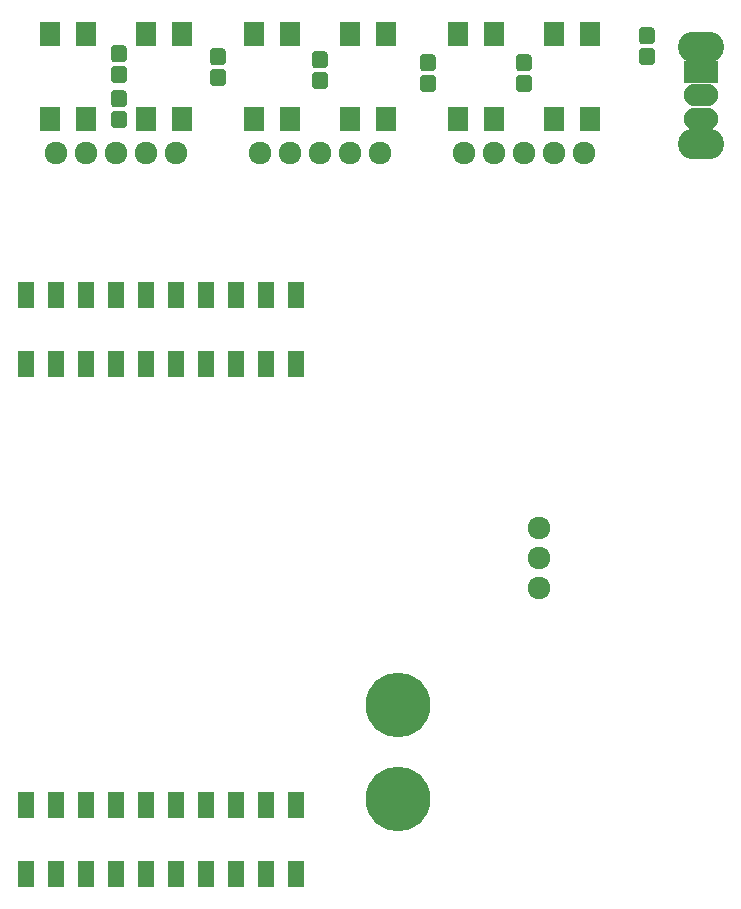
<source format=gbr>
G04 #@! TF.GenerationSoftware,KiCad,Pcbnew,(5.0.0)*
G04 #@! TF.CreationDate,2018-12-16T15:07:15-06:00*
G04 #@! TF.ProjectId,DriveBoard_Hardware,4472697665426F6172645F4861726477,rev?*
G04 #@! TF.SameCoordinates,Original*
G04 #@! TF.FileFunction,Soldermask,Bot*
G04 #@! TF.FilePolarity,Negative*
%FSLAX46Y46*%
G04 Gerber Fmt 4.6, Leading zero omitted, Abs format (unit mm)*
G04 Created by KiCad (PCBNEW (5.0.0)) date 12/16/18 15:07:15*
%MOMM*%
%LPD*%
G01*
G04 APERTURE LIST*
%ADD10C,1.924000*%
%ADD11C,5.480000*%
%ADD12R,1.390600X2.178000*%
%ADD13R,1.800000X2.000000*%
%ADD14R,2.900000X1.900000*%
%ADD15O,2.900000X1.900000*%
%ADD16O,3.900000X2.600000*%
%ADD17C,0.100000*%
%ADD18C,1.350000*%
G04 APERTURE END LIST*
D10*
G04 #@! TO.C,Conn2*
X126238000Y-49022000D03*
X128778000Y-49022000D03*
X131318000Y-49022000D03*
X133858000Y-49022000D03*
X136398000Y-49022000D03*
G04 #@! TD*
G04 #@! TO.C,U3*
X167132000Y-85852000D03*
X167132000Y-83312000D03*
X167132000Y-80772000D03*
G04 #@! TD*
G04 #@! TO.C,Conn3*
X143510000Y-49022000D03*
X146050000Y-49022000D03*
X148590000Y-49022000D03*
X151130000Y-49022000D03*
X153670000Y-49022000D03*
G04 #@! TD*
G04 #@! TO.C,Conn4*
X160782000Y-49022000D03*
X163322000Y-49022000D03*
X165862000Y-49022000D03*
X168402000Y-49022000D03*
X170942000Y-49022000D03*
G04 #@! TD*
D11*
G04 #@! TO.C,Conn1*
X155168600Y-95757000D03*
X155168600Y-103758000D03*
G04 #@! TD*
D12*
G04 #@! TO.C,U4*
X123698000Y-110134400D03*
X146558000Y-61061600D03*
X144018000Y-61061600D03*
X136398000Y-61061600D03*
X133858000Y-104241600D03*
X138938000Y-61061600D03*
X141478000Y-61061600D03*
X138938000Y-110134400D03*
X144018000Y-104241600D03*
X133858000Y-61061600D03*
X131318000Y-61061600D03*
X144018000Y-110134400D03*
X138938000Y-104241600D03*
X136398000Y-104241600D03*
X123698000Y-104241600D03*
X126238000Y-104241600D03*
X128778000Y-104241600D03*
X131318000Y-104241600D03*
X141478000Y-104241600D03*
X146558000Y-104241600D03*
X126238000Y-110134400D03*
X128778000Y-110134400D03*
X131318000Y-110134400D03*
X133858000Y-110134400D03*
X136398000Y-110134400D03*
X141478000Y-110134400D03*
X146558000Y-110134400D03*
X123698000Y-66954400D03*
X126238000Y-66954400D03*
X128778000Y-66954400D03*
X131318000Y-66954400D03*
X133858000Y-66954400D03*
X136398000Y-66954400D03*
X138938000Y-66954400D03*
X141478000Y-66954400D03*
X144018000Y-66954400D03*
X146558000Y-66954400D03*
X123698000Y-61061600D03*
X126238000Y-61061600D03*
X128778000Y-61061600D03*
G04 #@! TD*
D13*
G04 #@! TO.C,SW1*
X128754000Y-38945000D03*
X128754000Y-46145000D03*
X125754000Y-38945000D03*
X125754000Y-46145000D03*
G04 #@! TD*
G04 #@! TO.C,SW2*
X133882000Y-46145000D03*
X133882000Y-38945000D03*
X136882000Y-46145000D03*
X136882000Y-38945000D03*
G04 #@! TD*
G04 #@! TO.C,SW3*
X146026000Y-38945000D03*
X146026000Y-46145000D03*
X143026000Y-38945000D03*
X143026000Y-46145000D03*
G04 #@! TD*
G04 #@! TO.C,SW4*
X151154000Y-46145000D03*
X151154000Y-38945000D03*
X154154000Y-46145000D03*
X154154000Y-38945000D03*
G04 #@! TD*
G04 #@! TO.C,SW5*
X163298000Y-38945000D03*
X163298000Y-46145000D03*
X160298000Y-38945000D03*
X160298000Y-46145000D03*
G04 #@! TD*
G04 #@! TO.C,SW6*
X168426000Y-46145000D03*
X168426000Y-38945000D03*
X171426000Y-46145000D03*
X171426000Y-38945000D03*
G04 #@! TD*
D14*
G04 #@! TO.C,SW7*
X180848000Y-42164000D03*
D15*
X180848000Y-44164000D03*
X180848000Y-46164000D03*
D16*
X180848000Y-40064000D03*
X180848000Y-48264000D03*
G04 #@! TD*
D17*
G04 #@! TO.C,R8*
G36*
X131942581Y-45476625D02*
X131975343Y-45481485D01*
X132007471Y-45489533D01*
X132038656Y-45500691D01*
X132068596Y-45514852D01*
X132097005Y-45531879D01*
X132123608Y-45551609D01*
X132148149Y-45573851D01*
X132170391Y-45598392D01*
X132190121Y-45624995D01*
X132207148Y-45653404D01*
X132221309Y-45683344D01*
X132232467Y-45714529D01*
X132240515Y-45746657D01*
X132245375Y-45779419D01*
X132247000Y-45812500D01*
X132247000Y-46587500D01*
X132245375Y-46620581D01*
X132240515Y-46653343D01*
X132232467Y-46685471D01*
X132221309Y-46716656D01*
X132207148Y-46746596D01*
X132190121Y-46775005D01*
X132170391Y-46801608D01*
X132148149Y-46826149D01*
X132123608Y-46848391D01*
X132097005Y-46868121D01*
X132068596Y-46885148D01*
X132038656Y-46899309D01*
X132007471Y-46910467D01*
X131975343Y-46918515D01*
X131942581Y-46923375D01*
X131909500Y-46925000D01*
X131234500Y-46925000D01*
X131201419Y-46923375D01*
X131168657Y-46918515D01*
X131136529Y-46910467D01*
X131105344Y-46899309D01*
X131075404Y-46885148D01*
X131046995Y-46868121D01*
X131020392Y-46848391D01*
X130995851Y-46826149D01*
X130973609Y-46801608D01*
X130953879Y-46775005D01*
X130936852Y-46746596D01*
X130922691Y-46716656D01*
X130911533Y-46685471D01*
X130903485Y-46653343D01*
X130898625Y-46620581D01*
X130897000Y-46587500D01*
X130897000Y-45812500D01*
X130898625Y-45779419D01*
X130903485Y-45746657D01*
X130911533Y-45714529D01*
X130922691Y-45683344D01*
X130936852Y-45653404D01*
X130953879Y-45624995D01*
X130973609Y-45598392D01*
X130995851Y-45573851D01*
X131020392Y-45551609D01*
X131046995Y-45531879D01*
X131075404Y-45514852D01*
X131105344Y-45500691D01*
X131136529Y-45489533D01*
X131168657Y-45481485D01*
X131201419Y-45476625D01*
X131234500Y-45475000D01*
X131909500Y-45475000D01*
X131942581Y-45476625D01*
X131942581Y-45476625D01*
G37*
D18*
X131572000Y-46200000D03*
D17*
G36*
X131942581Y-43726625D02*
X131975343Y-43731485D01*
X132007471Y-43739533D01*
X132038656Y-43750691D01*
X132068596Y-43764852D01*
X132097005Y-43781879D01*
X132123608Y-43801609D01*
X132148149Y-43823851D01*
X132170391Y-43848392D01*
X132190121Y-43874995D01*
X132207148Y-43903404D01*
X132221309Y-43933344D01*
X132232467Y-43964529D01*
X132240515Y-43996657D01*
X132245375Y-44029419D01*
X132247000Y-44062500D01*
X132247000Y-44837500D01*
X132245375Y-44870581D01*
X132240515Y-44903343D01*
X132232467Y-44935471D01*
X132221309Y-44966656D01*
X132207148Y-44996596D01*
X132190121Y-45025005D01*
X132170391Y-45051608D01*
X132148149Y-45076149D01*
X132123608Y-45098391D01*
X132097005Y-45118121D01*
X132068596Y-45135148D01*
X132038656Y-45149309D01*
X132007471Y-45160467D01*
X131975343Y-45168515D01*
X131942581Y-45173375D01*
X131909500Y-45175000D01*
X131234500Y-45175000D01*
X131201419Y-45173375D01*
X131168657Y-45168515D01*
X131136529Y-45160467D01*
X131105344Y-45149309D01*
X131075404Y-45135148D01*
X131046995Y-45118121D01*
X131020392Y-45098391D01*
X130995851Y-45076149D01*
X130973609Y-45051608D01*
X130953879Y-45025005D01*
X130936852Y-44996596D01*
X130922691Y-44966656D01*
X130911533Y-44935471D01*
X130903485Y-44903343D01*
X130898625Y-44870581D01*
X130897000Y-44837500D01*
X130897000Y-44062500D01*
X130898625Y-44029419D01*
X130903485Y-43996657D01*
X130911533Y-43964529D01*
X130922691Y-43933344D01*
X130936852Y-43903404D01*
X130953879Y-43874995D01*
X130973609Y-43848392D01*
X130995851Y-43823851D01*
X131020392Y-43801609D01*
X131046995Y-43781879D01*
X131075404Y-43764852D01*
X131105344Y-43750691D01*
X131136529Y-43739533D01*
X131168657Y-43731485D01*
X131201419Y-43726625D01*
X131234500Y-43725000D01*
X131909500Y-43725000D01*
X131942581Y-43726625D01*
X131942581Y-43726625D01*
G37*
D18*
X131572000Y-44450000D03*
G04 #@! TD*
D17*
G04 #@! TO.C,R9*
G36*
X131942581Y-41666625D02*
X131975343Y-41671485D01*
X132007471Y-41679533D01*
X132038656Y-41690691D01*
X132068596Y-41704852D01*
X132097005Y-41721879D01*
X132123608Y-41741609D01*
X132148149Y-41763851D01*
X132170391Y-41788392D01*
X132190121Y-41814995D01*
X132207148Y-41843404D01*
X132221309Y-41873344D01*
X132232467Y-41904529D01*
X132240515Y-41936657D01*
X132245375Y-41969419D01*
X132247000Y-42002500D01*
X132247000Y-42777500D01*
X132245375Y-42810581D01*
X132240515Y-42843343D01*
X132232467Y-42875471D01*
X132221309Y-42906656D01*
X132207148Y-42936596D01*
X132190121Y-42965005D01*
X132170391Y-42991608D01*
X132148149Y-43016149D01*
X132123608Y-43038391D01*
X132097005Y-43058121D01*
X132068596Y-43075148D01*
X132038656Y-43089309D01*
X132007471Y-43100467D01*
X131975343Y-43108515D01*
X131942581Y-43113375D01*
X131909500Y-43115000D01*
X131234500Y-43115000D01*
X131201419Y-43113375D01*
X131168657Y-43108515D01*
X131136529Y-43100467D01*
X131105344Y-43089309D01*
X131075404Y-43075148D01*
X131046995Y-43058121D01*
X131020392Y-43038391D01*
X130995851Y-43016149D01*
X130973609Y-42991608D01*
X130953879Y-42965005D01*
X130936852Y-42936596D01*
X130922691Y-42906656D01*
X130911533Y-42875471D01*
X130903485Y-42843343D01*
X130898625Y-42810581D01*
X130897000Y-42777500D01*
X130897000Y-42002500D01*
X130898625Y-41969419D01*
X130903485Y-41936657D01*
X130911533Y-41904529D01*
X130922691Y-41873344D01*
X130936852Y-41843404D01*
X130953879Y-41814995D01*
X130973609Y-41788392D01*
X130995851Y-41763851D01*
X131020392Y-41741609D01*
X131046995Y-41721879D01*
X131075404Y-41704852D01*
X131105344Y-41690691D01*
X131136529Y-41679533D01*
X131168657Y-41671485D01*
X131201419Y-41666625D01*
X131234500Y-41665000D01*
X131909500Y-41665000D01*
X131942581Y-41666625D01*
X131942581Y-41666625D01*
G37*
D18*
X131572000Y-42390000D03*
D17*
G36*
X131942581Y-39916625D02*
X131975343Y-39921485D01*
X132007471Y-39929533D01*
X132038656Y-39940691D01*
X132068596Y-39954852D01*
X132097005Y-39971879D01*
X132123608Y-39991609D01*
X132148149Y-40013851D01*
X132170391Y-40038392D01*
X132190121Y-40064995D01*
X132207148Y-40093404D01*
X132221309Y-40123344D01*
X132232467Y-40154529D01*
X132240515Y-40186657D01*
X132245375Y-40219419D01*
X132247000Y-40252500D01*
X132247000Y-41027500D01*
X132245375Y-41060581D01*
X132240515Y-41093343D01*
X132232467Y-41125471D01*
X132221309Y-41156656D01*
X132207148Y-41186596D01*
X132190121Y-41215005D01*
X132170391Y-41241608D01*
X132148149Y-41266149D01*
X132123608Y-41288391D01*
X132097005Y-41308121D01*
X132068596Y-41325148D01*
X132038656Y-41339309D01*
X132007471Y-41350467D01*
X131975343Y-41358515D01*
X131942581Y-41363375D01*
X131909500Y-41365000D01*
X131234500Y-41365000D01*
X131201419Y-41363375D01*
X131168657Y-41358515D01*
X131136529Y-41350467D01*
X131105344Y-41339309D01*
X131075404Y-41325148D01*
X131046995Y-41308121D01*
X131020392Y-41288391D01*
X130995851Y-41266149D01*
X130973609Y-41241608D01*
X130953879Y-41215005D01*
X130936852Y-41186596D01*
X130922691Y-41156656D01*
X130911533Y-41125471D01*
X130903485Y-41093343D01*
X130898625Y-41060581D01*
X130897000Y-41027500D01*
X130897000Y-40252500D01*
X130898625Y-40219419D01*
X130903485Y-40186657D01*
X130911533Y-40154529D01*
X130922691Y-40123344D01*
X130936852Y-40093404D01*
X130953879Y-40064995D01*
X130973609Y-40038392D01*
X130995851Y-40013851D01*
X131020392Y-39991609D01*
X131046995Y-39971879D01*
X131075404Y-39954852D01*
X131105344Y-39940691D01*
X131136529Y-39929533D01*
X131168657Y-39921485D01*
X131201419Y-39916625D01*
X131234500Y-39915000D01*
X131909500Y-39915000D01*
X131942581Y-39916625D01*
X131942581Y-39916625D01*
G37*
D18*
X131572000Y-40640000D03*
G04 #@! TD*
D17*
G04 #@! TO.C,R10*
G36*
X140324581Y-40170625D02*
X140357343Y-40175485D01*
X140389471Y-40183533D01*
X140420656Y-40194691D01*
X140450596Y-40208852D01*
X140479005Y-40225879D01*
X140505608Y-40245609D01*
X140530149Y-40267851D01*
X140552391Y-40292392D01*
X140572121Y-40318995D01*
X140589148Y-40347404D01*
X140603309Y-40377344D01*
X140614467Y-40408529D01*
X140622515Y-40440657D01*
X140627375Y-40473419D01*
X140629000Y-40506500D01*
X140629000Y-41281500D01*
X140627375Y-41314581D01*
X140622515Y-41347343D01*
X140614467Y-41379471D01*
X140603309Y-41410656D01*
X140589148Y-41440596D01*
X140572121Y-41469005D01*
X140552391Y-41495608D01*
X140530149Y-41520149D01*
X140505608Y-41542391D01*
X140479005Y-41562121D01*
X140450596Y-41579148D01*
X140420656Y-41593309D01*
X140389471Y-41604467D01*
X140357343Y-41612515D01*
X140324581Y-41617375D01*
X140291500Y-41619000D01*
X139616500Y-41619000D01*
X139583419Y-41617375D01*
X139550657Y-41612515D01*
X139518529Y-41604467D01*
X139487344Y-41593309D01*
X139457404Y-41579148D01*
X139428995Y-41562121D01*
X139402392Y-41542391D01*
X139377851Y-41520149D01*
X139355609Y-41495608D01*
X139335879Y-41469005D01*
X139318852Y-41440596D01*
X139304691Y-41410656D01*
X139293533Y-41379471D01*
X139285485Y-41347343D01*
X139280625Y-41314581D01*
X139279000Y-41281500D01*
X139279000Y-40506500D01*
X139280625Y-40473419D01*
X139285485Y-40440657D01*
X139293533Y-40408529D01*
X139304691Y-40377344D01*
X139318852Y-40347404D01*
X139335879Y-40318995D01*
X139355609Y-40292392D01*
X139377851Y-40267851D01*
X139402392Y-40245609D01*
X139428995Y-40225879D01*
X139457404Y-40208852D01*
X139487344Y-40194691D01*
X139518529Y-40183533D01*
X139550657Y-40175485D01*
X139583419Y-40170625D01*
X139616500Y-40169000D01*
X140291500Y-40169000D01*
X140324581Y-40170625D01*
X140324581Y-40170625D01*
G37*
D18*
X139954000Y-40894000D03*
D17*
G36*
X140324581Y-41920625D02*
X140357343Y-41925485D01*
X140389471Y-41933533D01*
X140420656Y-41944691D01*
X140450596Y-41958852D01*
X140479005Y-41975879D01*
X140505608Y-41995609D01*
X140530149Y-42017851D01*
X140552391Y-42042392D01*
X140572121Y-42068995D01*
X140589148Y-42097404D01*
X140603309Y-42127344D01*
X140614467Y-42158529D01*
X140622515Y-42190657D01*
X140627375Y-42223419D01*
X140629000Y-42256500D01*
X140629000Y-43031500D01*
X140627375Y-43064581D01*
X140622515Y-43097343D01*
X140614467Y-43129471D01*
X140603309Y-43160656D01*
X140589148Y-43190596D01*
X140572121Y-43219005D01*
X140552391Y-43245608D01*
X140530149Y-43270149D01*
X140505608Y-43292391D01*
X140479005Y-43312121D01*
X140450596Y-43329148D01*
X140420656Y-43343309D01*
X140389471Y-43354467D01*
X140357343Y-43362515D01*
X140324581Y-43367375D01*
X140291500Y-43369000D01*
X139616500Y-43369000D01*
X139583419Y-43367375D01*
X139550657Y-43362515D01*
X139518529Y-43354467D01*
X139487344Y-43343309D01*
X139457404Y-43329148D01*
X139428995Y-43312121D01*
X139402392Y-43292391D01*
X139377851Y-43270149D01*
X139355609Y-43245608D01*
X139335879Y-43219005D01*
X139318852Y-43190596D01*
X139304691Y-43160656D01*
X139293533Y-43129471D01*
X139285485Y-43097343D01*
X139280625Y-43064581D01*
X139279000Y-43031500D01*
X139279000Y-42256500D01*
X139280625Y-42223419D01*
X139285485Y-42190657D01*
X139293533Y-42158529D01*
X139304691Y-42127344D01*
X139318852Y-42097404D01*
X139335879Y-42068995D01*
X139355609Y-42042392D01*
X139377851Y-42017851D01*
X139402392Y-41995609D01*
X139428995Y-41975879D01*
X139457404Y-41958852D01*
X139487344Y-41944691D01*
X139518529Y-41933533D01*
X139550657Y-41925485D01*
X139583419Y-41920625D01*
X139616500Y-41919000D01*
X140291500Y-41919000D01*
X140324581Y-41920625D01*
X140324581Y-41920625D01*
G37*
D18*
X139954000Y-42644000D03*
G04 #@! TD*
D17*
G04 #@! TO.C,R11*
G36*
X148960581Y-42174625D02*
X148993343Y-42179485D01*
X149025471Y-42187533D01*
X149056656Y-42198691D01*
X149086596Y-42212852D01*
X149115005Y-42229879D01*
X149141608Y-42249609D01*
X149166149Y-42271851D01*
X149188391Y-42296392D01*
X149208121Y-42322995D01*
X149225148Y-42351404D01*
X149239309Y-42381344D01*
X149250467Y-42412529D01*
X149258515Y-42444657D01*
X149263375Y-42477419D01*
X149265000Y-42510500D01*
X149265000Y-43285500D01*
X149263375Y-43318581D01*
X149258515Y-43351343D01*
X149250467Y-43383471D01*
X149239309Y-43414656D01*
X149225148Y-43444596D01*
X149208121Y-43473005D01*
X149188391Y-43499608D01*
X149166149Y-43524149D01*
X149141608Y-43546391D01*
X149115005Y-43566121D01*
X149086596Y-43583148D01*
X149056656Y-43597309D01*
X149025471Y-43608467D01*
X148993343Y-43616515D01*
X148960581Y-43621375D01*
X148927500Y-43623000D01*
X148252500Y-43623000D01*
X148219419Y-43621375D01*
X148186657Y-43616515D01*
X148154529Y-43608467D01*
X148123344Y-43597309D01*
X148093404Y-43583148D01*
X148064995Y-43566121D01*
X148038392Y-43546391D01*
X148013851Y-43524149D01*
X147991609Y-43499608D01*
X147971879Y-43473005D01*
X147954852Y-43444596D01*
X147940691Y-43414656D01*
X147929533Y-43383471D01*
X147921485Y-43351343D01*
X147916625Y-43318581D01*
X147915000Y-43285500D01*
X147915000Y-42510500D01*
X147916625Y-42477419D01*
X147921485Y-42444657D01*
X147929533Y-42412529D01*
X147940691Y-42381344D01*
X147954852Y-42351404D01*
X147971879Y-42322995D01*
X147991609Y-42296392D01*
X148013851Y-42271851D01*
X148038392Y-42249609D01*
X148064995Y-42229879D01*
X148093404Y-42212852D01*
X148123344Y-42198691D01*
X148154529Y-42187533D01*
X148186657Y-42179485D01*
X148219419Y-42174625D01*
X148252500Y-42173000D01*
X148927500Y-42173000D01*
X148960581Y-42174625D01*
X148960581Y-42174625D01*
G37*
D18*
X148590000Y-42898000D03*
D17*
G36*
X148960581Y-40424625D02*
X148993343Y-40429485D01*
X149025471Y-40437533D01*
X149056656Y-40448691D01*
X149086596Y-40462852D01*
X149115005Y-40479879D01*
X149141608Y-40499609D01*
X149166149Y-40521851D01*
X149188391Y-40546392D01*
X149208121Y-40572995D01*
X149225148Y-40601404D01*
X149239309Y-40631344D01*
X149250467Y-40662529D01*
X149258515Y-40694657D01*
X149263375Y-40727419D01*
X149265000Y-40760500D01*
X149265000Y-41535500D01*
X149263375Y-41568581D01*
X149258515Y-41601343D01*
X149250467Y-41633471D01*
X149239309Y-41664656D01*
X149225148Y-41694596D01*
X149208121Y-41723005D01*
X149188391Y-41749608D01*
X149166149Y-41774149D01*
X149141608Y-41796391D01*
X149115005Y-41816121D01*
X149086596Y-41833148D01*
X149056656Y-41847309D01*
X149025471Y-41858467D01*
X148993343Y-41866515D01*
X148960581Y-41871375D01*
X148927500Y-41873000D01*
X148252500Y-41873000D01*
X148219419Y-41871375D01*
X148186657Y-41866515D01*
X148154529Y-41858467D01*
X148123344Y-41847309D01*
X148093404Y-41833148D01*
X148064995Y-41816121D01*
X148038392Y-41796391D01*
X148013851Y-41774149D01*
X147991609Y-41749608D01*
X147971879Y-41723005D01*
X147954852Y-41694596D01*
X147940691Y-41664656D01*
X147929533Y-41633471D01*
X147921485Y-41601343D01*
X147916625Y-41568581D01*
X147915000Y-41535500D01*
X147915000Y-40760500D01*
X147916625Y-40727419D01*
X147921485Y-40694657D01*
X147929533Y-40662529D01*
X147940691Y-40631344D01*
X147954852Y-40601404D01*
X147971879Y-40572995D01*
X147991609Y-40546392D01*
X148013851Y-40521851D01*
X148038392Y-40499609D01*
X148064995Y-40479879D01*
X148093404Y-40462852D01*
X148123344Y-40448691D01*
X148154529Y-40437533D01*
X148186657Y-40429485D01*
X148219419Y-40424625D01*
X148252500Y-40423000D01*
X148927500Y-40423000D01*
X148960581Y-40424625D01*
X148960581Y-40424625D01*
G37*
D18*
X148590000Y-41148000D03*
G04 #@! TD*
D17*
G04 #@! TO.C,R12*
G36*
X158104581Y-40678625D02*
X158137343Y-40683485D01*
X158169471Y-40691533D01*
X158200656Y-40702691D01*
X158230596Y-40716852D01*
X158259005Y-40733879D01*
X158285608Y-40753609D01*
X158310149Y-40775851D01*
X158332391Y-40800392D01*
X158352121Y-40826995D01*
X158369148Y-40855404D01*
X158383309Y-40885344D01*
X158394467Y-40916529D01*
X158402515Y-40948657D01*
X158407375Y-40981419D01*
X158409000Y-41014500D01*
X158409000Y-41789500D01*
X158407375Y-41822581D01*
X158402515Y-41855343D01*
X158394467Y-41887471D01*
X158383309Y-41918656D01*
X158369148Y-41948596D01*
X158352121Y-41977005D01*
X158332391Y-42003608D01*
X158310149Y-42028149D01*
X158285608Y-42050391D01*
X158259005Y-42070121D01*
X158230596Y-42087148D01*
X158200656Y-42101309D01*
X158169471Y-42112467D01*
X158137343Y-42120515D01*
X158104581Y-42125375D01*
X158071500Y-42127000D01*
X157396500Y-42127000D01*
X157363419Y-42125375D01*
X157330657Y-42120515D01*
X157298529Y-42112467D01*
X157267344Y-42101309D01*
X157237404Y-42087148D01*
X157208995Y-42070121D01*
X157182392Y-42050391D01*
X157157851Y-42028149D01*
X157135609Y-42003608D01*
X157115879Y-41977005D01*
X157098852Y-41948596D01*
X157084691Y-41918656D01*
X157073533Y-41887471D01*
X157065485Y-41855343D01*
X157060625Y-41822581D01*
X157059000Y-41789500D01*
X157059000Y-41014500D01*
X157060625Y-40981419D01*
X157065485Y-40948657D01*
X157073533Y-40916529D01*
X157084691Y-40885344D01*
X157098852Y-40855404D01*
X157115879Y-40826995D01*
X157135609Y-40800392D01*
X157157851Y-40775851D01*
X157182392Y-40753609D01*
X157208995Y-40733879D01*
X157237404Y-40716852D01*
X157267344Y-40702691D01*
X157298529Y-40691533D01*
X157330657Y-40683485D01*
X157363419Y-40678625D01*
X157396500Y-40677000D01*
X158071500Y-40677000D01*
X158104581Y-40678625D01*
X158104581Y-40678625D01*
G37*
D18*
X157734000Y-41402000D03*
D17*
G36*
X158104581Y-42428625D02*
X158137343Y-42433485D01*
X158169471Y-42441533D01*
X158200656Y-42452691D01*
X158230596Y-42466852D01*
X158259005Y-42483879D01*
X158285608Y-42503609D01*
X158310149Y-42525851D01*
X158332391Y-42550392D01*
X158352121Y-42576995D01*
X158369148Y-42605404D01*
X158383309Y-42635344D01*
X158394467Y-42666529D01*
X158402515Y-42698657D01*
X158407375Y-42731419D01*
X158409000Y-42764500D01*
X158409000Y-43539500D01*
X158407375Y-43572581D01*
X158402515Y-43605343D01*
X158394467Y-43637471D01*
X158383309Y-43668656D01*
X158369148Y-43698596D01*
X158352121Y-43727005D01*
X158332391Y-43753608D01*
X158310149Y-43778149D01*
X158285608Y-43800391D01*
X158259005Y-43820121D01*
X158230596Y-43837148D01*
X158200656Y-43851309D01*
X158169471Y-43862467D01*
X158137343Y-43870515D01*
X158104581Y-43875375D01*
X158071500Y-43877000D01*
X157396500Y-43877000D01*
X157363419Y-43875375D01*
X157330657Y-43870515D01*
X157298529Y-43862467D01*
X157267344Y-43851309D01*
X157237404Y-43837148D01*
X157208995Y-43820121D01*
X157182392Y-43800391D01*
X157157851Y-43778149D01*
X157135609Y-43753608D01*
X157115879Y-43727005D01*
X157098852Y-43698596D01*
X157084691Y-43668656D01*
X157073533Y-43637471D01*
X157065485Y-43605343D01*
X157060625Y-43572581D01*
X157059000Y-43539500D01*
X157059000Y-42764500D01*
X157060625Y-42731419D01*
X157065485Y-42698657D01*
X157073533Y-42666529D01*
X157084691Y-42635344D01*
X157098852Y-42605404D01*
X157115879Y-42576995D01*
X157135609Y-42550392D01*
X157157851Y-42525851D01*
X157182392Y-42503609D01*
X157208995Y-42483879D01*
X157237404Y-42466852D01*
X157267344Y-42452691D01*
X157298529Y-42441533D01*
X157330657Y-42433485D01*
X157363419Y-42428625D01*
X157396500Y-42427000D01*
X158071500Y-42427000D01*
X158104581Y-42428625D01*
X158104581Y-42428625D01*
G37*
D18*
X157734000Y-43152000D03*
G04 #@! TD*
D17*
G04 #@! TO.C,R13*
G36*
X166232581Y-42428625D02*
X166265343Y-42433485D01*
X166297471Y-42441533D01*
X166328656Y-42452691D01*
X166358596Y-42466852D01*
X166387005Y-42483879D01*
X166413608Y-42503609D01*
X166438149Y-42525851D01*
X166460391Y-42550392D01*
X166480121Y-42576995D01*
X166497148Y-42605404D01*
X166511309Y-42635344D01*
X166522467Y-42666529D01*
X166530515Y-42698657D01*
X166535375Y-42731419D01*
X166537000Y-42764500D01*
X166537000Y-43539500D01*
X166535375Y-43572581D01*
X166530515Y-43605343D01*
X166522467Y-43637471D01*
X166511309Y-43668656D01*
X166497148Y-43698596D01*
X166480121Y-43727005D01*
X166460391Y-43753608D01*
X166438149Y-43778149D01*
X166413608Y-43800391D01*
X166387005Y-43820121D01*
X166358596Y-43837148D01*
X166328656Y-43851309D01*
X166297471Y-43862467D01*
X166265343Y-43870515D01*
X166232581Y-43875375D01*
X166199500Y-43877000D01*
X165524500Y-43877000D01*
X165491419Y-43875375D01*
X165458657Y-43870515D01*
X165426529Y-43862467D01*
X165395344Y-43851309D01*
X165365404Y-43837148D01*
X165336995Y-43820121D01*
X165310392Y-43800391D01*
X165285851Y-43778149D01*
X165263609Y-43753608D01*
X165243879Y-43727005D01*
X165226852Y-43698596D01*
X165212691Y-43668656D01*
X165201533Y-43637471D01*
X165193485Y-43605343D01*
X165188625Y-43572581D01*
X165187000Y-43539500D01*
X165187000Y-42764500D01*
X165188625Y-42731419D01*
X165193485Y-42698657D01*
X165201533Y-42666529D01*
X165212691Y-42635344D01*
X165226852Y-42605404D01*
X165243879Y-42576995D01*
X165263609Y-42550392D01*
X165285851Y-42525851D01*
X165310392Y-42503609D01*
X165336995Y-42483879D01*
X165365404Y-42466852D01*
X165395344Y-42452691D01*
X165426529Y-42441533D01*
X165458657Y-42433485D01*
X165491419Y-42428625D01*
X165524500Y-42427000D01*
X166199500Y-42427000D01*
X166232581Y-42428625D01*
X166232581Y-42428625D01*
G37*
D18*
X165862000Y-43152000D03*
D17*
G36*
X166232581Y-40678625D02*
X166265343Y-40683485D01*
X166297471Y-40691533D01*
X166328656Y-40702691D01*
X166358596Y-40716852D01*
X166387005Y-40733879D01*
X166413608Y-40753609D01*
X166438149Y-40775851D01*
X166460391Y-40800392D01*
X166480121Y-40826995D01*
X166497148Y-40855404D01*
X166511309Y-40885344D01*
X166522467Y-40916529D01*
X166530515Y-40948657D01*
X166535375Y-40981419D01*
X166537000Y-41014500D01*
X166537000Y-41789500D01*
X166535375Y-41822581D01*
X166530515Y-41855343D01*
X166522467Y-41887471D01*
X166511309Y-41918656D01*
X166497148Y-41948596D01*
X166480121Y-41977005D01*
X166460391Y-42003608D01*
X166438149Y-42028149D01*
X166413608Y-42050391D01*
X166387005Y-42070121D01*
X166358596Y-42087148D01*
X166328656Y-42101309D01*
X166297471Y-42112467D01*
X166265343Y-42120515D01*
X166232581Y-42125375D01*
X166199500Y-42127000D01*
X165524500Y-42127000D01*
X165491419Y-42125375D01*
X165458657Y-42120515D01*
X165426529Y-42112467D01*
X165395344Y-42101309D01*
X165365404Y-42087148D01*
X165336995Y-42070121D01*
X165310392Y-42050391D01*
X165285851Y-42028149D01*
X165263609Y-42003608D01*
X165243879Y-41977005D01*
X165226852Y-41948596D01*
X165212691Y-41918656D01*
X165201533Y-41887471D01*
X165193485Y-41855343D01*
X165188625Y-41822581D01*
X165187000Y-41789500D01*
X165187000Y-41014500D01*
X165188625Y-40981419D01*
X165193485Y-40948657D01*
X165201533Y-40916529D01*
X165212691Y-40885344D01*
X165226852Y-40855404D01*
X165243879Y-40826995D01*
X165263609Y-40800392D01*
X165285851Y-40775851D01*
X165310392Y-40753609D01*
X165336995Y-40733879D01*
X165365404Y-40716852D01*
X165395344Y-40702691D01*
X165426529Y-40691533D01*
X165458657Y-40683485D01*
X165491419Y-40678625D01*
X165524500Y-40677000D01*
X166199500Y-40677000D01*
X166232581Y-40678625D01*
X166232581Y-40678625D01*
G37*
D18*
X165862000Y-41402000D03*
G04 #@! TD*
D17*
G04 #@! TO.C,R14*
G36*
X176646581Y-38392625D02*
X176679343Y-38397485D01*
X176711471Y-38405533D01*
X176742656Y-38416691D01*
X176772596Y-38430852D01*
X176801005Y-38447879D01*
X176827608Y-38467609D01*
X176852149Y-38489851D01*
X176874391Y-38514392D01*
X176894121Y-38540995D01*
X176911148Y-38569404D01*
X176925309Y-38599344D01*
X176936467Y-38630529D01*
X176944515Y-38662657D01*
X176949375Y-38695419D01*
X176951000Y-38728500D01*
X176951000Y-39503500D01*
X176949375Y-39536581D01*
X176944515Y-39569343D01*
X176936467Y-39601471D01*
X176925309Y-39632656D01*
X176911148Y-39662596D01*
X176894121Y-39691005D01*
X176874391Y-39717608D01*
X176852149Y-39742149D01*
X176827608Y-39764391D01*
X176801005Y-39784121D01*
X176772596Y-39801148D01*
X176742656Y-39815309D01*
X176711471Y-39826467D01*
X176679343Y-39834515D01*
X176646581Y-39839375D01*
X176613500Y-39841000D01*
X175938500Y-39841000D01*
X175905419Y-39839375D01*
X175872657Y-39834515D01*
X175840529Y-39826467D01*
X175809344Y-39815309D01*
X175779404Y-39801148D01*
X175750995Y-39784121D01*
X175724392Y-39764391D01*
X175699851Y-39742149D01*
X175677609Y-39717608D01*
X175657879Y-39691005D01*
X175640852Y-39662596D01*
X175626691Y-39632656D01*
X175615533Y-39601471D01*
X175607485Y-39569343D01*
X175602625Y-39536581D01*
X175601000Y-39503500D01*
X175601000Y-38728500D01*
X175602625Y-38695419D01*
X175607485Y-38662657D01*
X175615533Y-38630529D01*
X175626691Y-38599344D01*
X175640852Y-38569404D01*
X175657879Y-38540995D01*
X175677609Y-38514392D01*
X175699851Y-38489851D01*
X175724392Y-38467609D01*
X175750995Y-38447879D01*
X175779404Y-38430852D01*
X175809344Y-38416691D01*
X175840529Y-38405533D01*
X175872657Y-38397485D01*
X175905419Y-38392625D01*
X175938500Y-38391000D01*
X176613500Y-38391000D01*
X176646581Y-38392625D01*
X176646581Y-38392625D01*
G37*
D18*
X176276000Y-39116000D03*
D17*
G36*
X176646581Y-40142625D02*
X176679343Y-40147485D01*
X176711471Y-40155533D01*
X176742656Y-40166691D01*
X176772596Y-40180852D01*
X176801005Y-40197879D01*
X176827608Y-40217609D01*
X176852149Y-40239851D01*
X176874391Y-40264392D01*
X176894121Y-40290995D01*
X176911148Y-40319404D01*
X176925309Y-40349344D01*
X176936467Y-40380529D01*
X176944515Y-40412657D01*
X176949375Y-40445419D01*
X176951000Y-40478500D01*
X176951000Y-41253500D01*
X176949375Y-41286581D01*
X176944515Y-41319343D01*
X176936467Y-41351471D01*
X176925309Y-41382656D01*
X176911148Y-41412596D01*
X176894121Y-41441005D01*
X176874391Y-41467608D01*
X176852149Y-41492149D01*
X176827608Y-41514391D01*
X176801005Y-41534121D01*
X176772596Y-41551148D01*
X176742656Y-41565309D01*
X176711471Y-41576467D01*
X176679343Y-41584515D01*
X176646581Y-41589375D01*
X176613500Y-41591000D01*
X175938500Y-41591000D01*
X175905419Y-41589375D01*
X175872657Y-41584515D01*
X175840529Y-41576467D01*
X175809344Y-41565309D01*
X175779404Y-41551148D01*
X175750995Y-41534121D01*
X175724392Y-41514391D01*
X175699851Y-41492149D01*
X175677609Y-41467608D01*
X175657879Y-41441005D01*
X175640852Y-41412596D01*
X175626691Y-41382656D01*
X175615533Y-41351471D01*
X175607485Y-41319343D01*
X175602625Y-41286581D01*
X175601000Y-41253500D01*
X175601000Y-40478500D01*
X175602625Y-40445419D01*
X175607485Y-40412657D01*
X175615533Y-40380529D01*
X175626691Y-40349344D01*
X175640852Y-40319404D01*
X175657879Y-40290995D01*
X175677609Y-40264392D01*
X175699851Y-40239851D01*
X175724392Y-40217609D01*
X175750995Y-40197879D01*
X175779404Y-40180852D01*
X175809344Y-40166691D01*
X175840529Y-40155533D01*
X175872657Y-40147485D01*
X175905419Y-40142625D01*
X175938500Y-40141000D01*
X176613500Y-40141000D01*
X176646581Y-40142625D01*
X176646581Y-40142625D01*
G37*
D18*
X176276000Y-40866000D03*
G04 #@! TD*
M02*

</source>
